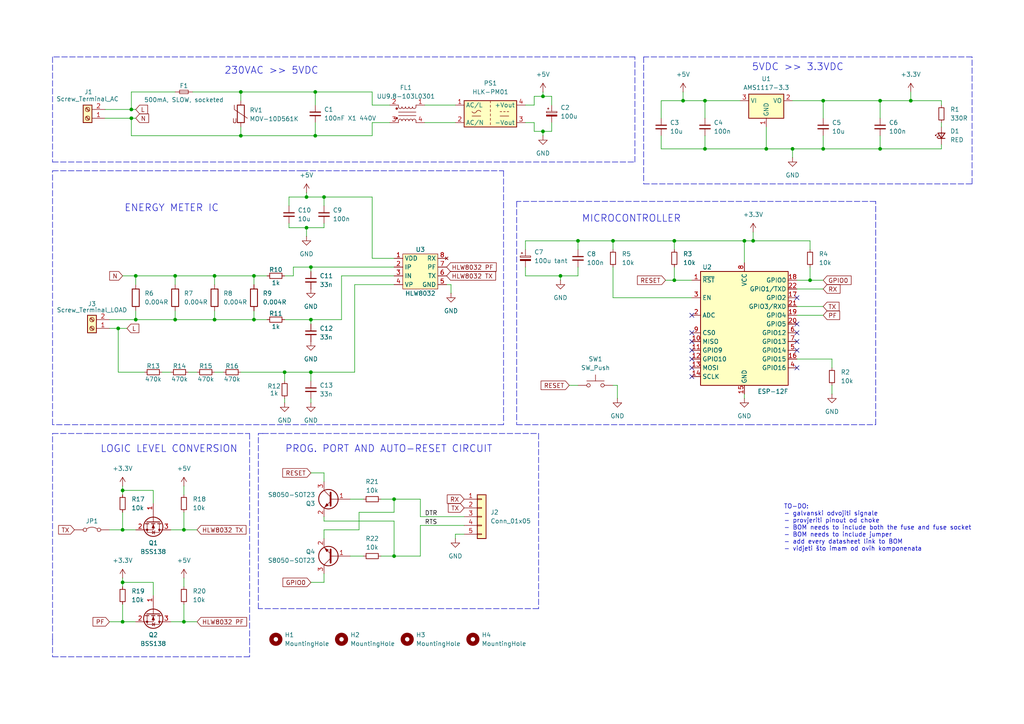
<source format=kicad_sch>
(kicad_sch (version 20231120) (generator "eeschema") (generator_version "8.0")
  (paper "A4")
  (title_block (title "EnergyMeter") (date "2024-09-15") (rev "1") (company "Josip Kordek"))
  (junction (at 50.8 92.71))
  (junction (at 82.55 107.95))
  (junction (at 35.56 168.91))
  (junction (at 195.58 69.85))
  (junction (at 162.56 80.01))
  (junction (at 222.25 43.18))
  (junction (at 62.23 92.71))
  (junction (at 88.9 57.15))
  (junction (at 53.34 180.34))
  (junction (at 35.56 180.34))
  (junction (at 38.1 31.75))
  (junction (at 157.48 38.1))
  (junction (at 177.8 69.85))
  (junction (at 229.87 43.18))
  (junction (at 157.48 27.94))
  (junction (at 167.64 69.85))
  (junction (at 114.3 161.29))
  (junction (at 93.98 57.15))
  (junction (at 90.17 107.95))
  (junction (at 91.44 26.67))
  (junction (at 69.85 26.67))
  (junction (at 39.37 92.71))
  (junction (at 90.17 92.71))
  (junction (at 255.27 29.21))
  (junction (at 238.76 43.18))
  (junction (at 34.29 95.25))
  (junction (at 88.9 66.04))
  (junction (at 38.1 34.29))
  (junction (at 90.17 77.47))
  (junction (at 204.47 43.18))
  (junction (at 39.37 80.01))
  (junction (at 264.16 29.21))
  (junction (at 69.85 39.37))
  (junction (at 91.44 39.37))
  (junction (at 35.56 142.24))
  (junction (at 215.9 69.85))
  (junction (at 255.27 43.18))
  (junction (at 53.34 153.67))
  (junction (at 204.47 29.21))
  (junction (at 198.12 29.21))
  (junction (at 62.23 80.01))
  (junction (at 50.8 80.01))
  (junction (at 234.95 81.28))
  (junction (at 35.56 153.67))
  (junction (at 238.76 29.21))
  (junction (at 195.58 81.28))
  (junction (at 73.66 80.01))
  (junction (at 73.66 92.71))
  (junction (at 218.44 69.85))
  (junction (at 114.3 144.78))
  (no_connect (at 231.14 106.68))
  (no_connect (at 231.14 93.98))
  (no_connect (at 200.66 99.06))
  (no_connect (at 231.14 101.6))
  (no_connect (at 200.66 101.6))
  (no_connect (at 200.66 109.22))
  (no_connect (at 200.66 106.68))
  (no_connect (at 200.66 104.14))
  (no_connect (at 231.14 96.52))
  (no_connect (at 200.66 96.52))
  (no_connect (at 200.66 91.44))
  (no_connect (at 231.14 86.36))
  (no_connect (at 231.14 99.06))
  (wire (pts (xy 273.05 35.56) (xy 273.05 36.83)))
  (wire (pts (xy 35.56 168.91) (xy 35.56 170.18)))
  (wire (pts (xy 38.1 31.75) (xy 39.37 31.75)))
  (wire (pts (xy 31.75 153.67) (xy 35.56 153.67)))
  (wire (pts (xy 255.27 29.21) (xy 255.27 34.29)))
  (wire (pts (xy 123.19 35.56) (xy 132.08 35.56)))
  (wire (pts (xy 229.87 29.21) (xy 238.76 29.21)))
  (wire (pts (xy 154.94 30.48) (xy 154.94 27.94)))
  (wire (pts (xy 39.37 92.71) (xy 50.8 92.71)))
  (wire (pts (xy 241.3 111.76) (xy 241.3 114.3)))
  (polyline (pts (xy 146.05 123.19) (xy 15.24 123.19)) (stroke (width 0) (type dash)))
  (wire (pts (xy 215.9 69.85) (xy 215.9 76.2)))
  (wire (pts (xy 162.56 80.01) (xy 162.56 81.28)))
  (wire (pts (xy 82.55 107.95) (xy 90.17 107.95)))
  (wire (pts (xy 90.17 77.47) (xy 114.3 77.47)))
  (polyline (pts (xy 15.24 125.73) (xy 25.4 125.73)) (stroke (width 0) (type dash)))
  (wire (pts (xy 50.8 90.17) (xy 50.8 92.71)))
  (wire (pts (xy 273.05 30.48) (xy 273.05 29.21)))
  (wire (pts (xy 123.19 30.48) (xy 132.08 30.48)))
  (wire (pts (xy 167.64 77.47) (xy 167.64 80.01)))
  (wire (pts (xy 82.55 92.71) (xy 90.17 92.71)))
  (wire (pts (xy 39.37 80.01) (xy 50.8 80.01)))
  (wire (pts (xy 255.27 43.18) (xy 273.05 43.18)))
  (wire (pts (xy 229.87 43.18) (xy 229.87 45.72)))
  (wire (pts (xy 53.34 180.34) (xy 57.15 180.34)))
  (wire (pts (xy 238.76 43.18) (xy 255.27 43.18)))
  (wire (pts (xy 53.34 153.67) (xy 49.53 153.67)))
  (wire (pts (xy 229.87 43.18) (xy 238.76 43.18)))
  (wire (pts (xy 53.34 153.67) (xy 57.15 153.67)))
  (wire (pts (xy 90.17 107.95) (xy 90.17 110.49)))
  (wire (pts (xy 130.81 85.09) (xy 130.81 82.55)))
  (polyline (pts (xy 15.24 185.42) (xy 15.24 190.5)) (stroke (width 0) (type dash)))
  (polyline (pts (xy 15.24 49.53) (xy 88.9 49.53)) (stroke (width 0) (type dash)))
  (wire (pts (xy 264.16 29.21) (xy 273.05 29.21)))
  (wire (pts (xy 157.48 26.67) (xy 157.48 27.94)))
  (wire (pts (xy 35.56 180.34) (xy 39.37 180.34)))
  (wire (pts (xy 73.66 92.71) (xy 62.23 92.71)))
  (wire (pts (xy 152.4 69.85) (xy 152.4 72.39)))
  (wire (pts (xy 157.48 38.1) (xy 157.48 39.37)))
  (wire (pts (xy 53.34 140.97) (xy 53.34 143.51)))
  (wire (pts (xy 238.76 39.37) (xy 238.76 43.18)))
  (wire (pts (xy 93.98 149.86) (xy 93.98 151.13)))
  (polyline (pts (xy 15.24 16.51) (xy 15.24 46.99)) (stroke (width 0) (type dash)))
  (wire (pts (xy 222.25 36.83) (xy 222.25 43.18)))
  (wire (pts (xy 62.23 90.17) (xy 62.23 92.71)))
  (wire (pts (xy 191.77 29.21) (xy 191.77 34.29)))
  (wire (pts (xy 39.37 92.71) (xy 39.37 90.17)))
  (wire (pts (xy 69.85 26.67) (xy 69.85 29.21)))
  (wire (pts (xy 255.27 29.21) (xy 264.16 29.21)))
  (wire (pts (xy 214.63 29.21) (xy 204.47 29.21)))
  (wire (pts (xy 30.48 31.75) (xy 38.1 31.75)))
  (wire (pts (xy 101.6 161.29) (xy 105.41 161.29)))
  (wire (pts (xy 215.9 114.3) (xy 215.9 115.57)))
  (wire (pts (xy 215.9 69.85) (xy 218.44 69.85)))
  (polyline (pts (xy 74.93 125.73) (xy 76.2 125.73)) (stroke (width 0) (type dash)))
  (wire (pts (xy 234.95 72.39) (xy 234.95 69.85)))
  (polyline (pts (xy 15.24 46.99) (xy 184.15 46.99)) (stroke (width 0) (type dash)))
  (wire (pts (xy 107.95 57.15) (xy 107.95 74.93)))
  (wire (pts (xy 34.29 95.25) (xy 34.29 107.95)))
  (wire (pts (xy 82.55 80.01) (xy 85.09 80.01)))
  (wire (pts (xy 85.09 80.01) (xy 85.09 77.47)))
  (wire (pts (xy 73.66 92.71) (xy 77.47 92.71)))
  (wire (pts (xy 231.14 88.9) (xy 238.76 88.9)))
  (wire (pts (xy 93.98 57.15) (xy 93.98 59.69)))
  (wire (pts (xy 231.14 83.82) (xy 238.76 83.82)))
  (wire (pts (xy 35.56 142.24) (xy 44.45 142.24)))
  (wire (pts (xy 177.8 69.85) (xy 195.58 69.85)))
  (wire (pts (xy 91.44 39.37) (xy 107.95 39.37)))
  (wire (pts (xy 46.99 107.95) (xy 49.53 107.95)))
  (wire (pts (xy 160.02 35.56) (xy 160.02 38.1)))
  (wire (pts (xy 177.8 77.47) (xy 177.8 86.36)))
  (wire (pts (xy 179.07 115.57) (xy 179.07 111.76)))
  (wire (pts (xy 73.66 90.17) (xy 73.66 92.71)))
  (wire (pts (xy 62.23 80.01) (xy 62.23 82.55)))
  (wire (pts (xy 157.48 27.94) (xy 160.02 27.94)))
  (wire (pts (xy 191.77 39.37) (xy 191.77 43.18)))
  (wire (pts (xy 31.75 92.71) (xy 39.37 92.71)))
  (wire (pts (xy 102.87 107.95) (xy 102.87 82.55)))
  (wire (pts (xy 121.92 149.86) (xy 134.62 149.86)))
  (wire (pts (xy 35.56 148.59) (xy 35.56 153.67)))
  (wire (pts (xy 107.95 57.15) (xy 93.98 57.15)))
  (wire (pts (xy 90.17 107.95) (xy 102.87 107.95)))
  (wire (pts (xy 107.95 26.67) (xy 91.44 26.67)))
  (polyline (pts (xy 87.63 49.53) (xy 146.05 49.53)) (stroke (width 0) (type dash)))
  (wire (pts (xy 160.02 38.1) (xy 157.48 38.1)))
  (wire (pts (xy 113.03 30.48) (xy 107.95 30.48)))
  (wire (pts (xy 35.56 175.26) (xy 35.56 180.34)))
  (wire (pts (xy 38.1 31.75) (xy 38.1 26.67)))
  (wire (pts (xy 154.94 38.1) (xy 154.94 35.56)))
  (wire (pts (xy 121.92 149.86) (xy 121.92 144.78)))
  (wire (pts (xy 102.87 82.55) (xy 114.3 82.55)))
  (wire (pts (xy 191.77 43.18) (xy 204.47 43.18)))
  (wire (pts (xy 99.06 92.71) (xy 90.17 92.71)))
  (wire (pts (xy 55.88 26.67) (xy 69.85 26.67)))
  (wire (pts (xy 53.34 148.59) (xy 53.34 153.67)))
  (wire (pts (xy 114.3 144.78) (xy 121.92 144.78)))
  (wire (pts (xy 195.58 69.85) (xy 195.58 72.39)))
  (polyline (pts (xy 72.39 125.73) (xy 72.39 185.42)) (stroke (width 0) (type dash)))
  (wire (pts (xy 101.6 144.78) (xy 105.41 144.78)))
  (polyline (pts (xy 184.15 46.99) (xy 184.15 16.51)) (stroke (width 0) (type dash)))
  (wire (pts (xy 35.56 153.67) (xy 39.37 153.67)))
  (wire (pts (xy 152.4 77.47) (xy 152.4 80.01)))
  (wire (pts (xy 88.9 55.88) (xy 88.9 57.15)))
  (wire (pts (xy 31.75 180.34) (xy 35.56 180.34)))
  (wire (pts (xy 104.14 153.67) (xy 104.14 148.59)))
  (wire (pts (xy 53.34 167.64) (xy 53.34 170.18)))
  (wire (pts (xy 238.76 29.21) (xy 238.76 34.29)))
  (wire (pts (xy 50.8 80.01) (xy 62.23 80.01)))
  (wire (pts (xy 130.81 82.55) (xy 129.54 82.55)))
  (wire (pts (xy 73.66 80.01) (xy 77.47 80.01)))
  (wire (pts (xy 152.4 69.85) (xy 167.64 69.85)))
  (wire (pts (xy 132.08 154.94) (xy 132.08 156.21)))
  (wire (pts (xy 35.56 142.24) (xy 35.56 143.51)))
  (wire (pts (xy 34.29 107.95) (xy 41.91 107.95)))
  (wire (pts (xy 44.45 168.91) (xy 44.45 172.72)))
  (wire (pts (xy 91.44 39.37) (xy 91.44 35.56)))
  (wire (pts (xy 114.3 148.59) (xy 114.3 144.78)))
  (wire (pts (xy 204.47 29.21) (xy 198.12 29.21)))
  (polyline (pts (xy 74.93 176.53) (xy 74.93 125.73)) (stroke (width 0) (type dash)))
  (wire (pts (xy 69.85 39.37) (xy 91.44 39.37)))
  (wire (pts (xy 222.25 43.18) (xy 229.87 43.18)))
  (wire (pts (xy 165.1 111.76) (xy 167.64 111.76)))
  (wire (pts (xy 114.3 74.93) (xy 107.95 74.93)))
  (polyline (pts (xy 149.86 123.19) (xy 217.17 123.19)) (stroke (width 0) (type dash)))
  (polyline (pts (xy 229.87 53.34) (xy 281.94 53.34)) (stroke (width 0) (type dash)))
  (wire (pts (xy 110.49 144.78) (xy 114.3 144.78)))
  (wire (pts (xy 34.29 95.25) (xy 36.83 95.25)))
  (wire (pts (xy 93.98 168.91) (xy 93.98 166.37)))
  (polyline (pts (xy 15.24 185.42) (xy 15.24 125.73)) (stroke (width 0) (type dash)))
  (wire (pts (xy 204.47 39.37) (xy 204.47 43.18)))
  (wire (pts (xy 35.56 140.97) (xy 35.56 142.24)))
  (wire (pts (xy 154.94 27.94) (xy 157.48 27.94)))
  (wire (pts (xy 38.1 39.37) (xy 69.85 39.37)))
  (wire (pts (xy 134.62 154.94) (xy 132.08 154.94)))
  (wire (pts (xy 152.4 80.01) (xy 162.56 80.01)))
  (wire (pts (xy 121.92 152.4) (xy 134.62 152.4)))
  (wire (pts (xy 167.64 69.85) (xy 167.64 72.39)))
  (wire (pts (xy 198.12 26.67) (xy 198.12 29.21)))
  (wire (pts (xy 107.95 30.48) (xy 107.95 26.67)))
  (wire (pts (xy 177.8 69.85) (xy 177.8 72.39)))
  (polyline (pts (xy 281.94 53.34) (xy 281.94 16.51)) (stroke (width 0) (type dash)))
  (wire (pts (xy 93.98 137.16) (xy 93.98 139.7)))
  (wire (pts (xy 255.27 39.37) (xy 255.27 43.18)))
  (wire (pts (xy 88.9 57.15) (xy 93.98 57.15)))
  (wire (pts (xy 234.95 77.47) (xy 234.95 81.28)))
  (wire (pts (xy 110.49 161.29) (xy 114.3 161.29)))
  (wire (pts (xy 62.23 80.01) (xy 73.66 80.01)))
  (wire (pts (xy 69.85 26.67) (xy 91.44 26.67)))
  (polyline (pts (xy 156.21 125.73) (xy 156.21 176.53)) (stroke (width 0) (type dash)))
  (polyline (pts (xy 184.15 16.51) (xy 15.24 16.51)) (stroke (width 0) (type dash)))
  (wire (pts (xy 162.56 80.01) (xy 167.64 80.01)))
  (wire (pts (xy 83.82 57.15) (xy 88.9 57.15)))
  (wire (pts (xy 152.4 30.48) (xy 154.94 30.48)))
  (wire (pts (xy 104.14 148.59) (xy 114.3 148.59)))
  (wire (pts (xy 198.12 29.21) (xy 191.77 29.21)))
  (wire (pts (xy 241.3 104.14) (xy 241.3 106.68)))
  (wire (pts (xy 231.14 81.28) (xy 234.95 81.28)))
  (polyline (pts (xy 72.39 190.5) (xy 25.4 190.5)) (stroke (width 0) (type dash)))
  (wire (pts (xy 83.82 64.77) (xy 83.82 66.04)))
  (wire (pts (xy 114.3 151.13) (xy 114.3 161.29)))
  (wire (pts (xy 193.04 81.28) (xy 195.58 81.28)))
  (polyline (pts (xy 217.17 123.19) (xy 254 123.19)) (stroke (width 0) (type dash)))
  (wire (pts (xy 200.66 86.36) (xy 177.8 86.36)))
  (wire (pts (xy 91.44 26.67) (xy 91.44 30.48)))
  (polyline (pts (xy 76.2 125.73) (xy 156.21 125.73)) (stroke (width 0) (type dash)))
  (wire (pts (xy 83.82 59.69) (xy 83.82 57.15)))
  (polyline (pts (xy 72.39 185.42) (xy 72.39 190.5)) (stroke (width 0) (type dash)))
  (wire (pts (xy 90.17 77.47) (xy 90.17 78.74)))
  (wire (pts (xy 88.9 66.04) (xy 93.98 66.04)))
  (wire (pts (xy 85.09 77.47) (xy 90.17 77.47)))
  (wire (pts (xy 83.82 66.04) (xy 88.9 66.04)))
  (wire (pts (xy 38.1 26.67) (xy 50.8 26.67)))
  (polyline (pts (xy 186.69 16.51) (xy 186.69 53.34)) (stroke (width 0) (type dash)))
  (wire (pts (xy 231.14 104.14) (xy 241.3 104.14)))
  (wire (pts (xy 38.1 34.29) (xy 39.37 34.29)))
  (polyline (pts (xy 15.24 123.19) (xy 15.24 49.53)) (stroke (width 0) (type dash)))
  (wire (pts (xy 53.34 175.26) (xy 53.34 180.34)))
  (wire (pts (xy 114.3 80.01) (xy 99.06 80.01)))
  (wire (pts (xy 62.23 107.95) (xy 64.77 107.95)))
  (wire (pts (xy 88.9 66.04) (xy 88.9 68.58)))
  (wire (pts (xy 35.56 167.64) (xy 35.56 168.91)))
  (polyline (pts (xy 254 58.42) (xy 149.86 58.42)) (stroke (width 0) (type dash)))
  (wire (pts (xy 99.06 80.01) (xy 99.06 92.71)))
  (wire (pts (xy 204.47 43.18) (xy 222.25 43.18)))
  (wire (pts (xy 90.17 115.57) (xy 90.17 116.84)))
  (polyline (pts (xy 156.21 176.53) (xy 74.93 176.53)) (stroke (width 0) (type dash)))
  (wire (pts (xy 231.14 91.44) (xy 238.76 91.44)))
  (wire (pts (xy 273.05 43.18) (xy 273.05 41.91)))
  (wire (pts (xy 195.58 77.47) (xy 195.58 81.28)))
  (wire (pts (xy 39.37 80.01) (xy 39.37 82.55)))
  (wire (pts (xy 69.85 107.95) (xy 82.55 107.95)))
  (wire (pts (xy 195.58 81.28) (xy 200.66 81.28)))
  (wire (pts (xy 107.95 35.56) (xy 113.03 35.56)))
  (wire (pts (xy 35.56 168.91) (xy 44.45 168.91)))
  (wire (pts (xy 204.47 29.21) (xy 204.47 34.29)))
  (polyline (pts (xy 186.69 53.34) (xy 229.87 53.34)) (stroke (width 0) (type dash)))
  (wire (pts (xy 73.66 82.55) (xy 73.66 80.01)))
  (wire (pts (xy 114.3 161.29) (xy 121.92 161.29)))
  (wire (pts (xy 93.98 156.21) (xy 93.98 153.67)))
  (polyline (pts (xy 254 123.19) (xy 254 58.42)) (stroke (width 0) (type dash)))
  (polyline (pts (xy 149.86 58.42) (xy 149.86 123.19)) (stroke (width 0) (type dash)))
  (wire (pts (xy 218.44 67.31) (xy 218.44 69.85)))
  (wire (pts (xy 157.48 38.1) (xy 154.94 38.1)))
  (wire (pts (xy 195.58 69.85) (xy 215.9 69.85)))
  (wire (pts (xy 50.8 82.55) (xy 50.8 80.01)))
  (wire (pts (xy 90.17 92.71) (xy 90.17 93.98)))
  (wire (pts (xy 93.98 64.77) (xy 93.98 66.04)))
  (wire (pts (xy 179.07 111.76) (xy 177.8 111.76)))
  (wire (pts (xy 218.44 69.85) (xy 234.95 69.85)))
  (wire (pts (xy 154.94 35.56) (xy 152.4 35.56)))
  (polyline (pts (xy 15.24 190.5) (xy 25.4 190.5)) (stroke (width 0) (type dash)))
  (wire (pts (xy 31.75 95.25) (xy 34.29 95.25)))
  (wire (pts (xy 62.23 92.71) (xy 50.8 92.71)))
  (wire (pts (xy 255.27 29.21) (xy 238.76 29.21)))
  (wire (pts (xy 44.45 142.24) (xy 44.45 146.05)))
  (wire (pts (xy 93.98 153.67) (xy 104.14 153.67)))
  (wire (pts (xy 121.92 152.4) (xy 121.92 161.29)))
  (wire (pts (xy 38.1 34.29) (xy 30.48 34.29)))
  (wire (pts (xy 90.17 168.91) (xy 93.98 168.91)))
  (wire (pts (xy 167.64 69.85) (xy 177.8 69.85)))
  (wire (pts (xy 264.16 26.67) (xy 264.16 29.21)))
  (wire (pts (xy 234.95 81.28) (xy 238.76 81.28)))
  (wire (pts (xy 82.55 115.57) (xy 82.55 116.84)))
  (wire (pts (xy 53.34 180.34) (xy 49.53 180.34)))
  (wire (pts (xy 107.95 39.37) (xy 107.95 35.56)))
  (polyline (pts (xy 281.94 16.51) (xy 186.69 16.51)) (stroke (width 0) (type dash)))
  (wire (pts (xy 93.98 151.13) (xy 114.3 151.13)))
  (wire (pts (xy 160.02 27.94) (xy 160.02 30.48)))
  (wire (pts (xy 69.85 36.83) (xy 69.85 39.37)))
  (polyline (pts (xy 25.4 125.73) (xy 72.39 125.73)) (stroke (width 0) (type dash)))
  (wire (pts (xy 35.56 80.01) (xy 39.37 80.01)))
  (wire (pts (xy 38.1 39.37) (xy 38.1 34.29)))
  (polyline (pts (xy 146.05 49.53) (xy 146.05 123.19)) (stroke (width 0) (type dash)))
  (wire (pts (xy 54.61 107.95) (xy 57.15 107.95)))
  (wire (pts (xy 82.55 107.95) (xy 82.55 110.49)))
  (wire (pts (xy 90.17 137.16) (xy 93.98 137.16)))
  (text "LOGIC LEVEL CONVERSION" (at 49.022 130.302 0) (effects (font (size 2.032 2.032))))
  (text "ENERGY METER IC" (at 49.784 60.452 0) (effects (font (size 2.032 2.032))))
  (text "230VAC >> 5VDC" (at 78.74 20.574 0) (effects (font (size 2.032 2.032))))
  (text "5VDC >> 3.3VDC" (at 231.394 19.558 0) (effects (font (size 2.032 2.032))))
  (text "MICROCONTROLLER" (at 183.134 63.5 0) (effects (font (size 2.032 2.032))))
  (text "PROG. PORT AND AUTO-RESET CIRCUIT" (at 112.776 130.302 0) (effects (font (size 2.032 2.032))))
  (text "TO-DO:\n- galvanski odvojiti signale\n- provjeriti pinout od choke\n- BOM needs to include both the fuse and fuse socket\n- BOM needs to include jumper\n- add every datasheet link to BOM\n- vidjeti što imam od ovih komponenata\n" (at 227.33 153.162 0) (effects (font (size 1.27 1.27)) (justify left)))
  (label "DTR" (at 123.19 149.86 0))
  (label "RTS" (at 123.19 152.4 0))
  (global_label "HLW8032 PF" (shape input) (at 129.54 77.47 0) (property "Intersheetrefs" "${INTERSHEET_REFS}" (effects (hide yes))))
  (global_label "GPIO0" (shape input) (at 90.17 168.91 180) (property "Intersheetrefs" "${INTERSHEET_REFS}" (effects (hide yes))))
  (global_label "RESET" (shape input) (at 165.1 111.76 180) (property "Intersheetrefs" "${INTERSHEET_REFS}" (effects (hide yes))))
  (global_label "L" (shape input) (at 36.83 95.25 0) (property "Intersheetrefs" "${INTERSHEET_REFS}" (effects (hide yes))))
  (global_label "RESET" (shape input) (at 193.04 81.28 180) (property "Intersheetrefs" "${INTERSHEET_REFS}" (effects (hide yes))))
  (global_label "RESET" (shape input) (at 90.17 137.16 180) (property "Intersheetrefs" "${INTERSHEET_REFS}" (effects (hide yes))))
  (global_label "TX" (shape input) (at 21.59 153.67 180) (property "Intersheetrefs" "${INTERSHEET_REFS}" (effects (hide yes))))
  (global_label "HLW8032 TX" (shape input) (at 57.15 153.67 0) (property "Intersheetrefs" "${INTERSHEET_REFS}" (effects (hide yes))))
  (global_label "PF" (shape input) (at 31.75 180.34 180) (property "Intersheetrefs" "${INTERSHEET_REFS}" (effects (hide yes))))
  (global_label "TX" (shape input) (at 238.76 88.9 0) (property "Intersheetrefs" "${INTERSHEET_REFS}" (effects (hide yes))))
  (global_label "HLW8032 TX" (shape input) (at 129.54 80.01 0) (property "Intersheetrefs" "${INTERSHEET_REFS}" (effects (hide yes))))
  (global_label "TX" (shape input) (at 134.62 147.32 180) (property "Intersheetrefs" "${INTERSHEET_REFS}" (effects (hide yes))))
  (global_label "N" (shape input) (at 39.37 34.29 0) (property "Intersheetrefs" "${INTERSHEET_REFS}" (effects (hide yes))))
  (global_label "L" (shape input) (at 39.37 31.75 0) (property "Intersheetrefs" "${INTERSHEET_REFS}" (effects (hide yes))))
  (global_label "HLW8032 PF" (shape input) (at 57.15 180.34 0) (property "Intersheetrefs" "${INTERSHEET_REFS}" (effects (hide yes))))
  (global_label "RX" (shape input) (at 134.62 144.78 180) (property "Intersheetrefs" "${INTERSHEET_REFS}" (effects (hide yes))))
  (global_label "N" (shape input) (at 35.56 80.01 180) (property "Intersheetrefs" "${INTERSHEET_REFS}" (effects (hide yes))))
  (global_label "RX" (shape input) (at 238.76 83.82 0) (property "Intersheetrefs" "${INTERSHEET_REFS}" (effects (hide yes))))
  (global_label "GPIO0" (shape input) (at 238.76 81.28 0) (property "Intersheetrefs" "${INTERSHEET_REFS}" (effects (hide yes))))
  (global_label "PF" (shape input) (at 238.76 91.44 0) (property "Intersheetrefs" "${INTERSHEET_REFS}" (effects (hide yes))))
  (symbol (lib_id "power:+5V") (at 88.9 55.88 0) (unit 1)
    (property "Reference" "#PWR013" (effects (hide yes)))
    (property "Value" "+5V" (at 88.9 50.8 0))
    (property "Description" "Power symbol creates a global label with name \"+5V\"" (effects (hide yes)))
  )
  (symbol (lib_id "power:GND") (at 90.17 116.84 0) (unit 1)
    (property "Reference" "#PWR017" (effects (hide yes)))
    (property "Value" "GND" (at 90.17 121.92 0))
    (property "Description" "Power symbol creates a global label with name \"GND\" , ground" (effects (hide yes)))
  )
  (symbol (lib_id "power:+3.3V") (at 35.56 167.64 0) (unit 1)
    (property "Reference" "#PWR020" (effects (hide yes)))
    (property "Value" "+3.3V" (at 35.56 162.56 0))
    (property "Description" "Power symbol creates a global label with name \"+3.3V\"" (effects (hide yes)))
  )
  (symbol (lib_id "Device:LED_Small") (at 273.05 39.37 90) (unit 1)
    (property "Reference" "D1" (at 275.59 38.0364 90) (effects (justify right)))
    (property "Value" "RED" (at 275.59 40.5764 90) (effects (justify right)))
    (property "Footprint" "LED_SMD:LED_0805_2012Metric" (effects (hide yes)))
    (property "Description" "Light emitting diode, small symbol" (effects (hide yes)))
    (property "LCSC Part #" "C5879378" (effects (hide yes)))
  )
  (symbol (lib_id "Connector:Screw_Terminal_01x02") (at 25.4 34.29 180) (unit 1)
    (property "Reference" "J1" (at 25.654 26.67 0))
    (property "Value" "Screw_Terminal_AC" (at 25.4 28.702 0))
    (property "Footprint" "Library:KF7.62-2P" (effects (hide yes)))
    (property "Description" "Generic screw terminal, single row, 01x02, script generated (kicad-library-utils/schlib/autogen/connector/)" (effects (hide yes)))
    (property "LCSC Part #" "C707824" (effects (hide yes)))
  )
  (symbol (lib_id "power:GND") (at 229.87 45.72 0) (unit 1)
    (property "Reference" "#PWR03" (effects (hide yes)))
    (property "Value" "GND" (at 229.87 50.8 0))
    (property "Description" "Power symbol creates a global label with name \"GND\" , ground" (effects (hide yes)))
  )
  (symbol (lib_id "Device:R_Small") (at 35.56 146.05 0) (unit 1)
    (property "Reference" "R17" (at 38.1 144.7799 0) (effects (justify left)))
    (property "Value" "10k" (at 38.1 147.3199 0) (effects (justify left)))
    (property "Footprint" "Resistor_SMD:R_0805_2012Metric" (effects (hide yes)))
    (property "Description" "Resistor, small symbol" (effects (hide yes)))
    (property "LCSC Part #" "C105877" (effects (hide yes)))
  )
  (symbol (lib_id "power:GND") (at 179.07 115.57 0) (unit 1)
    (property "Reference" "#PWR011" (effects (hide yes)))
    (property "Value" "GND" (at 179.07 120.65 0))
    (property "Description" "Power symbol creates a global label with name \"GND\" , ground" (effects (hide yes)))
  )
  (symbol (lib_id "Device:R_Small") (at 59.69 107.95 90) (unit 1)
    (property "Reference" "R15" (at 59.69 106.172 90))
    (property "Value" "470k" (at 59.69 109.982 90))
    (property "Footprint" "Resistor_SMD:R_0805_2012Metric" (effects (hide yes)))
    (property "Description" "Resistor, small symbol" (effects (hide yes)))
    (property "LCSC Part #" "C89104" (effects (hide yes)))
  )
  (symbol (lib_id "Device:C_Small") (at 90.17 113.03 0) (unit 1)
    (property "Reference" "C13" (at 92.71 111.7662 0) (effects (justify left)))
    (property "Value" "33n" (at 92.71 114.3062 0) (effects (justify left)))
    (property "Footprint" "Capacitor_SMD:C_0805_2012Metric" (effects (hide yes)))
    (property "Description" "Unpolarized capacitor, small symbol" (effects (hide yes)))
    (property "LCSC Part #" "C129656" (effects (hide yes)))
  )
  (symbol (lib_id "Device:C_Small") (at 255.27 36.83 0) (unit 1)
    (property "Reference" "C6" (at 257.81 35.5662 0) (effects (justify left)))
    (property "Value" "100n" (at 257.81 38.1062 0) (effects (justify left)))
    (property "Footprint" "Capacitor_SMD:C_0805_2012Metric" (effects (hide yes)))
    (property "Description" "Unpolarized capacitor, small symbol" (effects (hide yes)))
    (property "LCSC Part #" "C599848" (effects (hide yes)))
  )
  (symbol (lib_id "Device:R_Small") (at 80.01 92.71 90) (unit 1)
    (property "Reference" "R11" (at 80.01 90.932 90))
    (property "Value" "1k" (at 80.01 94.742 90))
    (property "Footprint" "Resistor_SMD:R_0805_2012Metric" (effects (hide yes)))
    (property "Description" "Resistor, small symbol" (effects (hide yes)))
    (property "LCSC Part #" "C95781" (effects (hide yes)))
  )
  (symbol (lib_id "Device:R_Small") (at 82.55 113.03 180) (unit 1)
    (property "Reference" "R12" (at 79.502 112.014 0))
    (property "Value" "1k" (at 79.502 114.046 0))
    (property "Footprint" "Resistor_SMD:R_0805_2012Metric" (effects (hide yes)))
    (property "Description" "Resistor, small symbol" (effects (hide yes)))
    (property "LCSC Part #" "C95781" (effects (hide yes)))
  )
  (symbol (lib_id "power:GND") (at 82.55 116.84 0) (unit 1)
    (property "Reference" "#PWR022" (effects (hide yes)))
    (property "Value" "GND" (at 82.55 121.92 0))
    (property "Description" "Power symbol creates a global label with name \"GND\" , ground" (effects (hide yes)))
  )
  (symbol (lib_id "Device:Fuse_Small") (at 53.34 26.67 0) (unit 1)
    (property "Reference" "F1" (at 53.34 24.892 0))
    (property "Value" "500mA, SLOW, socketed" (at 53.34 28.956 0))
    (property "Footprint" "Library:FH1-200CK-G" (effects (hide yes)))
    (property "Description" "Fuse, small symbol" (effects (hide yes)))
    (property "LCSC Part #" "C268204" (effects (hide yes)))
  )
  (symbol (lib_id "power:+5V") (at 198.12 26.67 0) (unit 1)
    (property "Reference" "#PWR04" (effects (hide yes)))
    (property "Value" "+5V" (at 198.12 21.59 0))
    (property "Description" "Power symbol creates a global label with name \"+5V\"" (effects (hide yes)))
  )
  (symbol (lib_id "Mechanical:MountingHole") (at 99.06 185.42 0) (unit 1) (exclude_from_sim yes) (in_bom no)
    (property "Reference" "H2" (at 101.6 184.1499 0) (effects (justify left)))
    (property "Value" "MountingHole" (at 101.6 186.6899 0) (effects (justify left)))
    (property "Footprint" "MountingHole:MountingHole_3.2mm_M3_Pad_TopBottom" (effects (hide yes)))
    (property "Description" "Mounting Hole without connection" (effects (hide yes)))
  )
  (symbol (lib_id "Device:R_Small") (at 80.01 80.01 90) (unit 1)
    (property "Reference" "R10" (at 80.01 78.232 90))
    (property "Value" "1k" (at 80.01 82.042 90))
    (property "Footprint" "Resistor_SMD:R_0805_2012Metric" (effects (hide yes)))
    (property "Description" "Resistor, small symbol" (effects (hide yes)))
    (property "LCSC Part #" "C95781" (effects (hide yes)))
  )
  (symbol (lib_id "Jumper:Jumper_2_Bridged") (at 26.67 153.67 0) (unit 1) (exclude_from_sim yes)
    (property "Reference" "JP1" (at 26.67 151.13 0))
    (property "Value" "Jumper_2_Bridged" (effects (hide yes)))
    (property "Footprint" "Connector_PinHeader_2.54mm:PinHeader_1x02_P2.54mm_Vertical" (effects (hide yes)))
    (property "Description" "Jumper, 2-pole, closed/bridged" (effects (hide yes)))
    (property "LCSC Part #" "C706874" (effects (hide yes)))
  )
  (symbol (lib_id "power:GND") (at 88.9 68.58 0) (unit 1)
    (property "Reference" "#PWR012" (effects (hide yes)))
    (property "Value" "GND" (at 88.9 73.66 0))
    (property "Description" "Power symbol creates a global label with name \"GND\" , ground" (effects (hide yes)))
  )
  (symbol (lib_id "Symbol_Library:S8050-SOT23") (at 96.52 144.78 0) (mirror y) (unit 1)
    (property "Reference" "Q3" (at 91.44 146.0501 0) (effects (justify left)))
    (property "Value" "S8050-SOT23" (at 91.44 143.5101 0) (effects (justify left)))
    (property "Footprint" "Package_TO_SOT_SMD:SOT-23" (effects (hide yes)))
    (property "Datasheet" "https://www.lcsc.com/datasheet/lcsc_datasheet_2109011130_YONGYUTAI-S8050_C2891804.pdf" (effects (hide yes)))
    (property "Description" "0.7A Ic, 20V Vce, Low Voltage High Current NPN Transistor, SOT23" (effects (hide yes)))
    (property "LCSC Part #" "C2891804" (effects (hide yes)))
  )
  (symbol (lib_id "Switch:SW_Push") (at 172.72 111.76 0) (unit 1)
    (property "Reference" "SW1" (at 172.72 104.14 0))
    (property "Value" "SW_Push" (at 172.72 106.68 0))
    (property "Footprint" "Button_Switch_SMD:SW_Tactile_SPST_NO_Straight_CK_PTS636Sx25SMTRLFS" (effects (hide yes)))
    (property "Description" "Push button switch, generic, two pins" (effects (hide yes)))
    (property "LCSC Part #" "C318938" (effects (hide yes)))
  )
  (symbol (lib_id "RF_Module:ESP-12F") (at 215.9 96.52 0) (unit 1)
    (property "Reference" "U2" (at 203.708 77.47 0) (effects (justify left)))
    (property "Value" "ESP-12F" (at 219.71 113.538 0) (effects (justify left)))
    (property "Footprint" "RF_Module:ESP-12E" (effects (hide yes)))
    (property "Datasheet" "http://wiki.ai-thinker.com/_media/esp8266/esp8266_series_modules_user_manual_v1.1.pdf" (effects (hide yes)))
    (property "Description" "802.11 b/g/n Wi-Fi Module" (effects (hide yes)))
    (property "LCSC Part #" "C82891" (effects (hide yes)))
  )
  (symbol (lib_id "Device:R_Small") (at 67.31 107.95 90) (unit 1)
    (property "Reference" "R16" (at 67.31 106.172 90))
    (property "Value" "470k" (at 67.31 109.982 90))
    (property "Footprint" "Resistor_SMD:R_0805_2012Metric" (effects (hide yes)))
    (property "Description" "Resistor, small symbol" (effects (hide yes)))
    (property "LCSC Part #" "C89104" (effects (hide yes)))
  )
  (symbol (lib_id "Device:R") (at 50.8 86.36 0) (unit 1)
    (property "Reference" "R7" (at 53.34 85.0899 0) (effects (justify left)))
    (property "Value" "0.004R" (at 53.34 87.6299 0) (effects (justify left)))
    (property "Footprint" "Library:R_2512_Shunt" (effects (hide yes)))
    (property "Description" "Resistor" (effects (hide yes)))
    (property "LCSC Part #" "C375693" (effects (hide yes)))
  )
  (symbol (lib_id "power:GND") (at 241.3 114.3 0) (unit 1)
    (property "Reference" "#PWR09" (effects (hide yes)))
    (property "Value" "GND" (at 241.3 119.38 0))
    (property "Description" "Power symbol creates a global label with name \"GND\" , ground" (effects (hide yes)))
  )
  (symbol (lib_id "power:GND") (at 215.9 115.57 0) (unit 1)
    (property "Reference" "#PWR08" (effects (hide yes)))
    (property "Value" "GND" (at 215.9 120.65 0))
    (property "Description" "Power symbol creates a global label with name \"GND\" , ground" (effects (hide yes)))
  )
  (symbol (lib_id "Device:R_Small") (at 234.95 74.93 0) (unit 1)
    (property "Reference" "R4" (at 237.49 73.6599 0) (effects (justify left)))
    (property "Value" "10k" (at 237.49 76.1999 0) (effects (justify left)))
    (property "Footprint" "Resistor_SMD:R_0805_2012Metric" (effects (hide yes)))
    (property "Description" "Resistor, small symbol" (effects (hide yes)))
    (property "LCSC Part #" "C105877" (effects (hide yes)))
  )
  (symbol (lib_id "power:GND") (at 157.48 39.37 0) (unit 1)
    (property "Reference" "#PWR02" (effects (hide yes)))
    (property "Value" "GND" (at 157.48 44.45 0))
    (property "Description" "Power symbol creates a global label with name \"GND\" , ground" (effects (hide yes)))
  )
  (symbol (lib_id "Device:C_Small") (at 204.47 36.83 0) (unit 1)
    (property "Reference" "C4" (at 207.01 35.5662 0) (effects (justify left)))
    (property "Value" "100n" (at 207.01 38.1062 0) (effects (justify left)))
    (property "Footprint" "Capacitor_SMD:C_0805_2012Metric" (effects (hide yes)))
    (property "Description" "Unpolarized capacitor, small symbol" (effects (hide yes)))
    (property "LCSC Part #" "C599848" (effects (hide yes)))
  )
  (symbol (lib_id "Device:C_Small") (at 238.76 36.83 0) (unit 1)
    (property "Reference" "C5" (at 241.3 35.5662 0) (effects (justify left)))
    (property "Value" "10u" (at 241.3 38.1062 0) (effects (justify left)))
    (property "Footprint" "Capacitor_SMD:C_1206_3216Metric" (effects (hide yes)))
    (property "Description" "Unpolarized capacitor, small symbol" (effects (hide yes)))
    (property "LCSC Part #" "C2174822" (effects (hide yes)))
  )
  (symbol (lib_id "Device:C_Polarized_Small") (at 152.4 74.93 0) (unit 1)
    (property "Reference" "C7" (at 154.94 73.1138 0) (effects (justify left)))
    (property "Value" "100u tant" (at 154.94 75.6538 0) (effects (justify left)))
    (property "Footprint" "Capacitor_Tantalum_SMD:CP_EIA-7343-15_Kemet-W" (effects (hide yes)))
    (property "Description" "Polarized capacitor, small symbol" (effects (hide yes)))
    (property "LCSC Part #" "C110548" (effects (hide yes)))
  )
  (symbol (lib_id "Device:R_Small") (at 53.34 172.72 0) (unit 1)
    (property "Reference" "R20" (at 55.88 171.4499 0) (effects (justify left)))
    (property "Value" "10k" (at 55.88 173.9899 0) (effects (justify left)))
    (property "Footprint" "Resistor_SMD:R_0805_2012Metric" (effects (hide yes)))
    (property "Description" "Resistor, small symbol" (effects (hide yes)))
    (property "LCSC Part #" "C105877" (effects (hide yes)))
  )
  (symbol (lib_id "Device:Varistor") (at 69.85 33.02 0) (unit 1)
    (property "Reference" "RV1" (at 72.39 31.9432 0) (effects (justify left)))
    (property "Value" "MOV-10D561K" (at 72.39 34.4832 0) (effects (justify left)))
    (property "Footprint" "Varistor:RV_Disc_D12mm_W3.9mm_P7.5mm" (effects (hide yes)))
    (property "Description" "Voltage dependent resistor" (effects (hide yes)))
    (property "Sim.Name" "kicad_builtin_varistor" (effects (hide yes)))
    (property "Sim.Device" "SUBCKT" (effects (hide yes)))
    (property "Sim.Pins" "1=A 2=B" (effects (hide yes)))
    (property "Sim.Params" "threshold=1k" (effects (hide yes)))
    (property "Sim.Library" "${KICAD7_SYMBOL_DIR}/Simulation_SPICE.sp" (effects (hide yes)))
    (property "LCSC Part #" "C2656193" (effects (hide yes)))
  )
  (symbol (lib_id "Device:C_Small") (at 167.64 74.93 0) (unit 1)
    (property "Reference" "C8" (at 170.18 73.6662 0) (effects (justify left)))
    (property "Value" "100n" (at 170.18 76.2062 0) (effects (justify left)))
    (property "Footprint" "Capacitor_SMD:C_0805_2012Metric" (effects (hide yes)))
    (property "Description" "Unpolarized capacitor, small symbol" (effects (hide yes)))
    (property "LCSC Part #" "C599848" (effects (hide yes)))
  )
  (symbol (lib_id "power:GND") (at 90.17 99.06 0) (unit 1)
    (property "Reference" "#PWR016" (effects (hide yes)))
    (property "Value" "GND" (at 90.17 104.14 0))
    (property "Description" "Power symbol creates a global label with name \"GND\" , ground" (effects (hide yes)))
  )
  (symbol (lib_id "Device:C_Small") (at 91.44 33.02 0) (unit 1)
    (property "Reference" "C1" (at 93.98 31.7562 0) (effects (justify left)))
    (property "Value" "100nF X1 440V" (at 93.98 34.2962 0) (effects (justify left)))
    (property "Footprint" "Capacitor_THT:C_Rect_L18.0mm_W8.0mm_P15.00mm_FKS3_FKP3" (effects (hide yes)))
    (property "Description" "Unpolarized capacitor, small symbol" (effects (hide yes)))
    (property "LCSC Part #" "C93321" (effects (hide yes)))
  )
  (symbol (lib_id "Device:R") (at 62.23 86.36 0) (unit 1)
    (property "Reference" "R8" (at 64.77 85.0899 0) (effects (justify left)))
    (property "Value" "0.004R" (at 64.77 87.6299 0) (effects (justify left)))
    (property "Footprint" "Library:R_2512_Shunt" (effects (hide yes)))
    (property "Description" "Resistor" (effects (hide yes)))
    (property "LCSC Part #" "C375693" (effects (hide yes)))
  )
  (symbol (lib_id "Device:R_Small") (at 53.34 146.05 0) (unit 1)
    (property "Reference" "R18" (at 55.88 144.7799 0) (effects (justify left)))
    (property "Value" "10k" (at 55.88 147.3199 0) (effects (justify left)))
    (property "Footprint" "Resistor_SMD:R_0805_2012Metric" (effects (hide yes)))
    (property "Description" "Resistor, small symbol" (effects (hide yes)))
    (property "LCSC Part #" "C105877" (effects (hide yes)))
  )
  (symbol (lib_id "Device:R") (at 39.37 86.36 0) (unit 1)
    (property "Reference" "R6" (at 41.91 85.0899 0) (effects (justify left)))
    (property "Value" "0.004R" (at 41.91 87.6299 0) (effects (justify left)))
    (property "Footprint" "Library:R_2512_Shunt" (effects (hide yes)))
    (property "Description" "Resistor" (effects (hide yes)))
    (property "LCSC Part #" "C375693" (effects (hide yes)))
  )
  (symbol (lib_id "Mechanical:MountingHole") (at 137.16 185.42 0) (unit 1) (exclude_from_sim yes) (in_bom no)
    (property "Reference" "H4" (at 139.7 184.1499 0) (effects (justify left)))
    (property "Value" "MountingHole" (at 139.7 186.6899 0) (effects (justify left)))
    (property "Footprint" "MountingHole:MountingHole_3.2mm_M3_Pad_TopBottom" (effects (hide yes)))
    (property "Description" "Mounting Hole without connection" (effects (hide yes)))
  )
  (symbol (lib_id "Converter_ACDC:HLK-PM01") (at 142.24 33.02 0) (unit 1)
    (property "Reference" "PS1" (at 142.24 24.13 0))
    (property "Value" "HLK-PM01" (at 142.24 26.67 0))
    (property "Footprint" "Converter_ACDC:Converter_ACDC_Hi-Link_HLK-PMxx" (effects (hide yes)))
    (property "Datasheet" "https://h.hlktech.com/download/ACDC%E7%94%B5%E6%BA%90%E6%A8%A1%E5%9D%973W%E7%B3%BB%E5%88%97/1/%E6%B5%B7%E5%87%8C%E7%A7%913W%E7%B3%BB%E5%88%97%E7%94%B5%E6%BA%90%E6%A8%A1%E5%9D%97%E8%A7%84%E6%A0%BC%E4%B9%A6V2.8.pdf" (effects (hide yes)))
    (property "Description" "Compact AC/DC board mount power module 3W 5V" (effects (hide yes)))
    (property "LCSC Part #" "C209903" (effects (hide yes)))
  )
  (symbol (lib_id "power:+5V") (at 53.34 167.64 0) (unit 1)
    (property "Reference" "#PWR021" (effects (hide yes)))
    (property "Value" "+5V" (at 53.34 162.56 0))
    (property "Description" "Power symbol creates a global label with name \"+5V\"" (effects (hide yes)))
  )
  (symbol (lib_id "Device:R_Small") (at 195.58 74.93 0) (unit 1)
    (property "Reference" "R3" (at 198.12 73.6599 0) (effects (justify left)))
    (property "Value" "10k" (at 198.12 76.1999 0) (effects (justify left)))
    (property "Footprint" "Resistor_SMD:R_0805_2012Metric" (effects (hide yes)))
    (property "Description" "Resistor, small symbol" (effects (hide yes)))
    (property "LCSC Part #" "C105877" (effects (hide yes)))
  )
  (symbol (lib_id "Device:C_Polarized_Small") (at 160.02 33.02 0) (unit 1)
    (property "Reference" "C2" (at 162.56 31.2038 0) (effects (justify left)))
    (property "Value" "100u" (at 162.56 33.7438 0) (effects (justify left)))
    (property "Footprint" "Capacitor_THT:CP_Radial_D8.0mm_P3.50mm" (effects (hide yes)))
    (property "Description" "Polarized capacitor, small symbol" (effects (hide yes)))
    (property "LCSC Part #" "C1594696" (effects (hide yes)))
  )
  (symbol (lib_id "Device:C_Small") (at 90.17 81.28 0) (unit 1)
    (property "Reference" "C11" (at 92.71 80.0162 0) (effects (justify left)))
    (property "Value" "33n" (at 92.71 82.5562 0) (effects (justify left)))
    (property "Footprint" "Capacitor_SMD:C_0805_2012Metric" (effects (hide yes)))
    (property "Description" "Unpolarized capacitor, small symbol" (effects (hide yes)))
    (property "LCSC Part #" "C129656" (effects (hide yes)))
  )
  (symbol (lib_id "Regulator_Linear:AMS1117-3.3") (at 222.25 29.21 0) (unit 1)
    (property "Reference" "U1" (at 222.25 22.86 0))
    (property "Value" "AMS1117-3.3" (at 222.25 25.4 0))
    (property "Footprint" "Package_TO_SOT_SMD:SOT-223-3_TabPin2" (effects (hide yes)))
    (property "Datasheet" "http://www.advanced-monolithic.com/pdf/ds1117.pdf" (effects (hide yes)))
    (property "Description" "1A Low Dropout regulator, positive, 3.3V fixed output, SOT-223" (effects (hide yes)))
    (property "LCSC Part #" "C351784" (effects (hide yes)))
  )
  (symbol (lib_id "Device:R_Small") (at 177.8 74.93 0) (unit 1)
    (property "Reference" "R5" (at 180.34 73.6599 0) (effects (justify left)))
    (property "Value" "10k" (at 180.34 76.1999 0) (effects (justify left)))
    (property "Footprint" "Resistor_SMD:R_0805_2012Metric" (effects (hide yes)))
    (property "Description" "Resistor, small symbol" (effects (hide yes)))
    (property "LCSC Part #" "C105877" (effects (hide yes)))
  )
  (symbol (lib_id "Device:C_Small") (at 90.17 96.52 0) (unit 1)
    (property "Reference" "C12" (at 92.71 95.2562 0) (effects (justify left)))
    (property "Value" "33n" (at 92.71 97.7962 0) (effects (justify left)))
    (property "Footprint" "Capacitor_SMD:C_0805_2012Metric" (effects (hide yes)))
    (property "Description" "Unpolarized capacitor, small symbol" (effects (hide yes)))
    (property "LCSC Part #" "C129656" (effects (hide yes)))
  )
  (symbol (lib_id "Device:R_Small") (at 107.95 144.78 90) (unit 1)
    (property "Reference" "R21" (at 107.95 139.7 90))
    (property "Value" "10k" (at 107.95 142.24 90))
    (property "Footprint" "Resistor_SMD:R_0805_2012Metric" (effects (hide yes)))
    (property "Description" "Resistor, small symbol" (effects (hide yes)))
    (property "LCSC Part #" "C105877" (effects (hide yes)))
  )
  (symbol (lib_id "Connector:Screw_Terminal_01x02") (at 26.67 95.25 180) (unit 1)
    (property "Reference" "J3" (at 26.67 88.138 0))
    (property "Value" "Screw_Terminal_LOAD" (at 26.67 89.916 0))
    (property "Footprint" "Library:KF7.62-2P" (effects (hide yes)))
    (property "Description" "Generic screw terminal, single row, 01x02, script generated (kicad-library-utils/schlib/autogen/connector/)" (effects (hide yes)))
    (property "LCSC Part #" "C707824" (effects (hide yes)))
  )
  (symbol (lib_id "power:GND") (at 132.08 156.21 0) (unit 1)
    (property "Reference" "#PWR010" (effects (hide yes)))
    (property "Value" "GND" (at 132.08 161.29 0))
    (property "Description" "Power symbol creates a global label with name \"GND\" , ground" (effects (hide yes)))
  )
  (symbol (lib_id "Symbol_Library:HLW8032") (at 121.92 78.74 0) (unit 1)
    (property "Reference" "U3" (at 121.92 72.39 0))
    (property "Value" "HLW8032" (at 121.92 85.09 0))
    (property "Footprint" "Library:SOP-8_3.9x4.9mm_P1.27mm_custom" (effects (hide yes)))
    (property "LCSC Part #" "C128023" (effects (hide yes)))
  )
  (symbol (lib_id "Device:C_Small") (at 83.82 62.23 0) (unit 1)
    (property "Reference" "C10" (at 86.36 60.9662 0) (effects (justify left)))
    (property "Value" "10u" (at 86.36 63.5062 0) (effects (justify left)))
    (property "Footprint" "Capacitor_SMD:C_1206_3216Metric" (effects (hide yes)))
    (property "Description" "Unpolarized capacitor, small symbol" (effects (hide yes)))
    (property "LCSC Part #" "C2174822" (effects (hide yes)))
  )
  (symbol (lib_id "Device:R") (at 73.66 86.36 0) (unit 1)
    (property "Reference" "R9" (at 76.2 85.0899 0) (effects (justify left)))
    (property "Value" "0.004R" (at 76.2 87.6299 0) (effects (justify left)))
    (property "Footprint" "Library:R_2512_Shunt" (effects (hide yes)))
    (property "Description" "Resistor" (effects (hide yes)))
    (property "LCSC Part #" "C375693" (effects (hide yes)))
  )
  (symbol (lib_id "Symbol_Library:Filter_EMI_EnergyMeter") (at 118.11 33.02 0) (unit 1)
    (property "Reference" "FL1" (at 117.729 25.4 0))
    (property "Value" "UU9.8-103L0301" (at 117.729 27.94 0))
    (property "Footprint" "Library:YDUU9.8-103L0301" (effects (hide yes)))
    (property "Description" "EMI 2-inductor common mode filter" (effects (hide yes)))
    (property "LCSC Part #" "C5174477" (effects (hide yes)))
  )
  (symbol (lib_id "Device:R_Small") (at 107.95 161.29 90) (unit 1)
    (property "Reference" "R22" (at 107.95 156.21 90))
    (property "Value" "10k" (at 107.95 158.75 90))
    (property "Footprint" "Resistor_SMD:R_0805_2012Metric" (effects (hide yes)))
    (property "Description" "Resistor, small symbol" (effects (hide yes)))
    (property "LCSC Part #" "C105877" (effects (hide yes)))
  )
  (symbol (lib_id "power:GND") (at 90.17 83.82 0) (unit 1)
    (property "Reference" "#PWR015" (effects (hide yes)))
    (property "Value" "GND" (at 90.17 88.9 0))
    (property "Description" "Power symbol creates a global label with name \"GND\" , ground" (effects (hide yes)))
  )
  (symbol (lib_id "Connector_Generic:Conn_01x05") (at 139.7 149.86 0) (unit 1)
    (property "Reference" "J2" (at 142.24 148.5899 0) (effects (justify left)))
    (property "Value" "Conn_01x05" (at 142.24 151.1299 0) (effects (justify left)))
    (property "Footprint" "Connector_PinHeader_2.54mm:PinHeader_1x05_P2.54mm_Horizontal" (effects (hide yes)))
    (property "Description" "Generic connector, single row, 01x05, script generated (kicad-library-utils/schlib/autogen/connector/)" (effects (hide yes)))
    (property "LCSC Part #" "C19190479" (effects (hide yes)))
  )
  (symbol (lib_id "Symbol_Library:S8050-SOT23") (at 96.52 161.29 180) (unit 1)
    (property "Reference" "Q4" (at 91.44 160.0199 0) (effects (justify left)))
    (property "Value" "S8050-SOT23" (at 91.44 162.5599 0) (effects (justify left)))
    (property "Footprint" "Package_TO_SOT_SMD:SOT-23" (effects (hide yes)))
    (property "Datasheet" "https://www.lcsc.com/datasheet/lcsc_datasheet_2109011130_YONGYUTAI-S8050_C2891804.pdf" (effects (hide yes)))
    (property "Description" "0.7A Ic, 20V Vce, Low Voltage High Current NPN Transistor, SOT23" (effects (hide yes)))
    (property "LCSC Part #" "C2891804" (effects (hide yes)))
  )
  (symbol (lib_id "Transistor_FET:BSS138") (at 44.45 151.13 270) (unit 1)
    (property "Reference" "Q1" (at 44.45 157.48 90))
    (property "Value" "BSS138" (at 44.45 160.02 90))
    (property "Footprint" "Package_TO_SOT_SMD:SOT-23" (effects (hide yes)))
    (property "Datasheet" "https://www.onsemi.com/pub/Collateral/BSS138-D.PDF" (effects (hide yes)))
    (property "Description" "50V Vds, 0.22A Id, N-Channel MOSFET, SOT-23" (effects (hide yes)))
    (property "LCSC Part #" "C5250986" (effects (hide yes)))
  )
  (symbol (lib_id "power:+3.3V") (at 35.56 140.97 0) (unit 1)
    (property "Reference" "#PWR018" (effects (hide yes)))
    (property "Value" "+3.3V" (at 35.56 135.89 0))
    (property "Description" "Power symbol creates a global label with name \"+3.3V\"" (effects (hide yes)))
  )
  (symbol (lib_id "Device:R_Small") (at 35.56 172.72 0) (unit 1)
    (property "Reference" "R19" (at 38.1 171.4499 0) (effects (justify left)))
    (property "Value" "10k" (at 38.1 173.9899 0) (effects (justify left)))
    (property "Footprint" "Resistor_SMD:R_0805_2012Metric" (effects (hide yes)))
    (property "Description" "Resistor, small symbol" (effects (hide yes)))
    (property "LCSC Part #" "C105877" (effects (hide yes)))
  )
  (symbol (lib_id "Device:C_Small") (at 191.77 36.83 0) (unit 1)
    (property "Reference" "C3" (at 194.31 35.5662 0) (effects (justify left)))
    (property "Value" "10u" (at 194.31 38.1062 0) (effects (justify left)))
    (property "Footprint" "Capacitor_SMD:C_1206_3216Metric" (effects (hide yes)))
    (property "Description" "Unpolarized capacitor, small symbol" (effects (hide yes)))
    (property "LCSC Part #" "C2174822" (effects (hide yes)))
  )
  (symbol (lib_id "power:+5V") (at 157.48 26.67 0) (unit 1)
    (property "Reference" "#PWR01" (effects (hide yes)))
    (property "Value" "+5V" (at 157.48 21.59 0))
    (property "Description" "Power symbol creates a global label with name \"+5V\"" (effects (hide yes)))
  )
  (symbol (lib_id "power:+3.3V") (at 264.16 26.67 0) (unit 1)
    (property "Reference" "#PWR05" (effects (hide yes)))
    (property "Value" "+3.3V" (at 264.16 21.59 0))
    (property "Description" "Power symbol creates a global label with name \"+3.3V\"" (effects (hide yes)))
  )
  (symbol (lib_id "Device:C_Small") (at 93.98 62.23 0) (unit 1)
    (property "Reference" "C9" (at 96.52 60.9662 0) (effects (justify left)))
    (property "Value" "100n" (at 96.52 63.5062 0) (effects (justify left)))
    (property "Footprint" "Capacitor_SMD:C_0805_2012Metric" (effects (hide yes)))
    (property "Description" "Unpolarized capacitor, small symbol" (effects (hide yes)))
    (property "LCSC Part #" "C599848" (effects (hide yes)))
  )
  (symbol (lib_id "Device:R_Small") (at 273.05 33.02 0) (unit 1)
    (property "Reference" "R1" (at 275.59 31.7499 0) (effects (justify left)))
    (property "Value" "330R" (at 275.59 34.2899 0) (effects (justify left)))
    (property "Footprint" "Resistor_SMD:R_0805_2012Metric" (effects (hide yes)))
    (property "Description" "Resistor, small symbol" (effects (hide yes)))
    (property "LCSC Part #" "C105877" (effects (hide yes)))
  )
  (symbol (lib_id "power:+3.3V") (at 218.44 67.31 0) (unit 1)
    (property "Reference" "#PWR06" (effects (hide yes)))
    (property "Value" "+3.3V" (at 218.44 62.23 0))
    (property "Description" "Power symbol creates a global label with name \"+3.3V\"" (effects (hide yes)))
  )
  (symbol (lib_id "Device:R_Small") (at 52.07 107.95 90) (unit 1)
    (property "Reference" "R14" (at 52.07 106.172 90))
    (property "Value" "470k" (at 52.07 109.982 90))
    (property "Footprint" "Resistor_SMD:R_0805_2012Metric" (effects (hide yes)))
    (property "Description" "Resistor, small symbol" (effects (hide yes)))
    (property "LCSC Part #" "C89104" (effects (hide yes)))
  )
  (symbol (lib_id "power:+5V") (at 53.34 140.97 0) (unit 1)
    (property "Reference" "#PWR019" (effects (hide yes)))
    (property "Value" "+5V" (at 53.34 135.89 0))
    (property "Description" "Power symbol creates a global label with name \"+5V\"" (effects (hide yes)))
  )
  (symbol (lib_id "Device:R_Small") (at 241.3 109.22 0) (unit 1)
    (property "Reference" "R2" (at 243.84 107.9499 0) (effects (justify left)))
    (property "Value" "10k" (at 243.84 110.4899 0) (effects (justify left)))
    (property "Footprint" "Resistor_SMD:R_0805_2012Metric" (effects (hide yes)))
    (property "Description" "Resistor, small symbol" (effects (hide yes)))
    (property "LCSC Part #" "C105877" (effects (hide yes)))
  )
  (symbol (lib_id "Mechanical:MountingHole") (at 118.11 185.42 0) (unit 1) (exclude_from_sim yes) (in_bom no)
    (property "Reference" "H3" (at 120.65 184.1499 0) (effects (justify left)))
    (property "Value" "MountingHole" (at 120.65 186.6899 0) (effects (justify left)))
    (property "Footprint" "MountingHole:MountingHole_3.2mm_M3_Pad_TopBottom" (effects (hide yes)))
    (property "Description" "Mounting Hole without connection" (effects (hide yes)))
  )
  (symbol (lib_id "Transistor_FET:BSS138") (at 44.45 177.8 270) (unit 1)
    (property "Reference" "Q2" (at 44.45 184.15 90))
    (property "Value" "BSS138" (at 44.45 186.69 90))
    (property "Footprint" "Package_TO_SOT_SMD:SOT-23" (effects (hide yes)))
    (property "Datasheet" "https://www.onsemi.com/pub/Collateral/BSS138-D.PDF" (effects (hide yes)))
    (property "Description" "50V Vds, 0.22A Id, N-Channel MOSFET, SOT-23" (effects (hide yes)))
    (property "LCSC Part #" "C5250986" (effects (hide yes)))
  )
  (symbol (lib_id "Device:R_Small") (at 44.45 107.95 90) (unit 1)
    (property "Reference" "R13" (at 44.45 106.172 90))
    (property "Value" "470k" (at 44.45 109.982 90))
    (property "Footprint" "Resistor_SMD:R_0805_2012Metric" (effects (hide yes)))
    (property "Description" "Resistor, small symbol" (effects (hide yes)))
    (property "LCSC Part #" "C89104" (effects (hide yes)))
  )
  (symbol (lib_id "power:GND") (at 130.81 85.09 0) (unit 1)
    (property "Reference" "#PWR014" (effects (hide yes)))
    (property "Value" "GND" (at 130.81 90.17 0))
    (property "Description" "Power symbol creates a global label with name \"GND\" , ground" (effects (hide yes)))
  )
  (symbol (lib_id "power:GND") (at 162.56 81.28 0) (unit 1)
    (property "Reference" "#PWR07" (effects (hide yes)))
    (property "Value" "GND" (at 162.56 86.36 0))
    (property "Description" "Power symbol creates a global label with name \"GND\" , ground" (effects (hide yes)))
  )
  (symbol (lib_id "Mechanical:MountingHole") (at 80.01 185.42 0) (unit 1) (exclude_from_sim yes) (in_bom no)
    (property "Reference" "H1" (at 82.55 184.1499 0) (effects (justify left)))
    (property "Value" "MountingHole" (at 82.55 186.6899 0) (effects (justify left)))
    (property "Footprint" "MountingHole:MountingHole_3.2mm_M3_Pad_TopBottom" (effects (hide yes)))
    (property "Description" "Mounting Hole without connection" (effects (hide yes)))
  )
)
</source>
